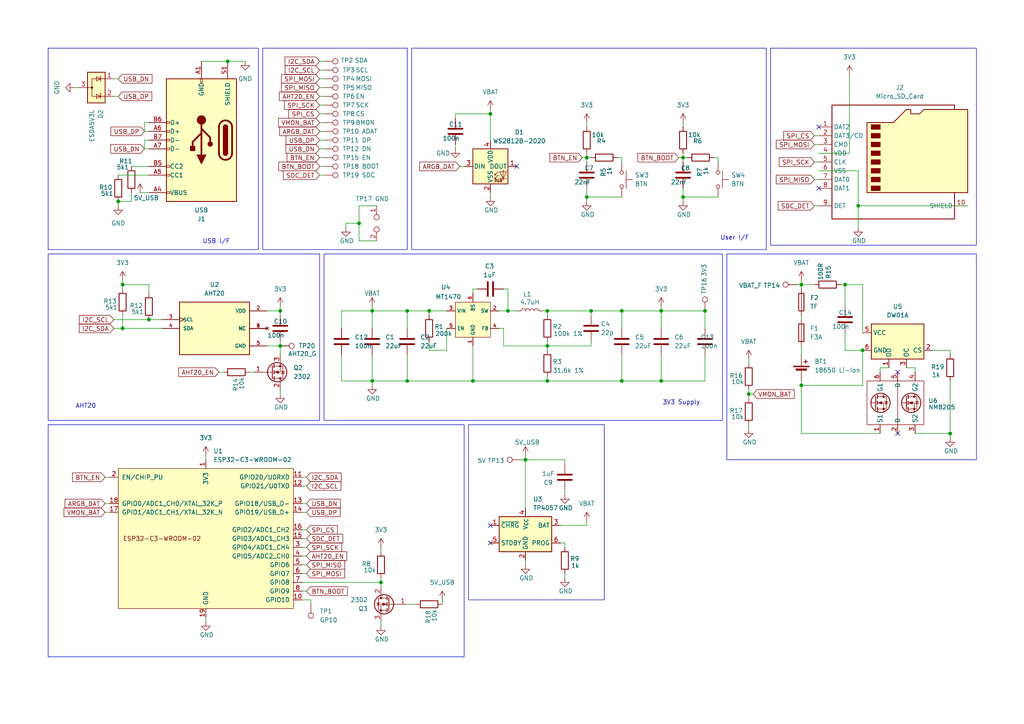
<source format=kicad_sch>
(kicad_sch (version 20231120) (generator "eeschema") (generator_version "8.0")
  (paper "A4")
  (lib_symbols
    (symbol "Battery_Management:DW01A"
      (property "Reference" "U" (at -6.604 6.35 0))
      (property "Value" "DW01A" (at 4.318 6.604 0))
      (symbol "DW01A_0_1"
        (pin output line (at -2.54 -7.62 90) (length 2.54) (name "OD") (number "1"))
        (pin input line (at 10.16 -2.54 180) (length 2.54) (name "CS") (number "2"))
        (pin output line (at 2.54 -7.62 90) (length 2.54) (name "OC") (number "3"))
        (pin power_in line (at -10.16 2.54 0) (length 2.54) (name "VCC") (number "5"))
        (pin power_in line (at -10.16 -2.54 0) (length 2.54) (name "GND") (number "6"))
      )
      (symbol "DW01A_1_1"
        (pin no_connect line (at 10.16 2.54 180) (length 2.54) hide (name "TD") (number "4"))
      )
    )
    (symbol "Battery_Management:TP4057"
      (property "Reference" "U" (at -6.35 6.604 0))
      (property "Value" "TP4057" (at 1.524 6.604 0))
      (symbol "TP4057_1_1"
        (pin open_collector line (at -10.16 2.54 0) (length 2.54) (name "~{CHRG}") (number "1"))
        (pin power_in line (at 0 -7.62 90) (length 2.54) (name "GND") (number "2"))
        (pin power_out line (at 10.16 2.54 180) (length 2.54) (name "BAT") (number "3"))
        (pin power_in line (at 0 7.62 270) (length 2.54) (name "V_{CC}") (number "4"))
        (pin open_collector line (at -10.16 -2.54 0) (length 2.54) (name "STDBY") (number "5"))
        (pin passive line (at 10.16 -2.54 180) (length 2.54) (name "PROG") (number "6"))
      )
    )
    (symbol "Connector:Micro_SD_Card_Det1"
      (property "Reference" "J" (at -16.51 17.78 0))
      (property "Value" "Micro_SD_Card_Det1" (at 16.51 17.78 0))
      (symbol "Micro_SD_Card_Det1_1_1"
        (pin bidirectional line (at -22.86 10.16 0) (length 3.81) (name "DAT2") (number "1"))
        (pin passive line (at 20.32 -12.7 180) (length 3.81) (name "SHIELD") (number "10"))
        (pin bidirectional line (at -22.86 7.62 0) (length 3.81) (name "DAT3/CD") (number "2"))
        (pin input line (at -22.86 5.08 0) (length 3.81) (name "CMD") (number "3"))
        (pin power_in line (at -22.86 2.54 0) (length 3.81) (name "VDD") (number "4"))
        (pin input line (at -22.86 0 0) (length 3.81) (name "CLK") (number "5"))
        (pin power_in line (at -22.86 -2.54 0) (length 3.81) (name "VSS") (number "6"))
        (pin bidirectional line (at -22.86 -5.08 0) (length 3.81) (name "DAT0") (number "7"))
        (pin bidirectional line (at -22.86 -7.62 0) (length 3.81) (name "DAT1") (number "8"))
        (pin passive line (at -22.86 -12.7 0) (length 3.81) (name "DET") (number "9"))
      )
    )
    (symbol "Connector:TestPoint" (pin_numbers hide) (pin_names (offset 0.762) hide)
      (property "Reference" "TP" (at 0 6.858 0))
      (property "Value" "TestPoint" (at 0 5.08 0))
      (symbol "TestPoint_1_1"
        (pin passive line (at 0 0 90) (length 2.54) (name "1") (number "1"))
      )
    )
    (symbol "Connector:TestPoint_2Pole" (pin_names (offset 0.762) hide)
      (property "Reference" "TP" (at 0 1.524 0))
      (property "Value" "TestPoint_2Pole" (at 0 -1.778 0))
      (symbol "TestPoint_2Pole_0_1"
        (pin passive line (at -5.08 0 0) (length 2.54) (name "1") (number "1"))
        (pin passive line (at 5.08 0 180) (length 2.54) (name "2") (number "2"))
      )
    )
    (symbol "Connector:USB_C_Receptacle_USB2.0_14P" (pin_names (offset 1.016))
      (property "Reference" "J" (at 0 22.225 0))
      (property "Value" "USB_C_Receptacle_USB2.0_14P" (at 0 19.685 0))
      (symbol "USB_C_Receptacle_USB2.0_14P_1_1"
        (pin passive line (at 0 -22.86 90) (length 5.08) (name "GND") (number "A1"))
        (pin passive line (at 0 -22.86 90) (length 5.08) hide (name "GND") (number "A12"))
        (pin passive line (at 15.24 15.24 180) (length 5.08) (name "VBUS") (number "A4"))
        (pin bidirectional line (at 15.24 10.16 180) (length 5.08) (name "CC1") (number "A5"))
        (pin bidirectional line (at 15.24 -2.54 180) (length 5.08) (name "D+") (number "A6"))
        (pin bidirectional line (at 15.24 2.54 180) (length 5.08) (name "D-") (number "A7"))
        (pin passive line (at 15.24 15.24 180) (length 5.08) hide (name "VBUS") (number "A9"))
        (pin passive line (at 0 -22.86 90) (length 5.08) hide (name "GND") (number "B1"))
        (pin passive line (at 0 -22.86 90) (length 5.08) hide (name "GND") (number "B12"))
        (pin passive line (at 15.24 15.24 180) (length 5.08) hide (name "VBUS") (number "B4"))
        (pin bidirectional line (at 15.24 7.62 180) (length 5.08) (name "CC2") (number "B5"))
        (pin bidirectional line (at 15.24 -5.08 180) (length 5.08) (name "D+") (number "B6"))
        (pin bidirectional line (at 15.24 0 180) (length 5.08) (name "D-") (number "B7"))
        (pin passive line (at 15.24 15.24 180) (length 5.08) hide (name "VBUS") (number "B9"))
        (pin passive line (at -7.62 -22.86 90) (length 5.08) (name "SHIELD") (number "S1"))
      )
    )
    (symbol "Device:Battery_Cell" (pin_numbers hide) (pin_names (offset 0) hide)
      (property "Reference" "BT" (at 2.54 2.54 0))
      (property "Value" "Battery_Cell" (at 2.54 0 0))
      (symbol "Battery_Cell_1_1"
        (pin passive line (at 0 5.08 270) (length 2.54) (name "+") (number "1"))
        (pin passive line (at 0 -2.54 90) (length 2.54) (name "-") (number "2"))
      )
    )
    (symbol "Device:C" (pin_numbers hide) (pin_names (offset 0.254))
      (property "Reference" "C" (at 0.635 2.54 0))
      (property "Value" "C" (at 0.635 -2.54 0))
      (symbol "C_1_1"
        (pin passive line (at 0 3.81 270) (length 2.794) (name "~") (number "1"))
        (pin passive line (at 0 -3.81 90) (length 2.794) (name "~") (number "2"))
      )
    )
    (symbol "Device:Fuse" (pin_numbers hide) (pin_names (offset 0))
      (property "Reference" "F" (at 2.032 0 90))
      (property "Value" "Fuse" (at -1.905 0 90))
      (symbol "Fuse_1_1"
        (pin passive line (at 0 3.81 270) (length 1.27) (name "~") (number "1"))
        (pin passive line (at 0 -3.81 90) (length 1.27) (name "~") (number "2"))
      )
    )
    (symbol "Device:L" (pin_numbers hide) (pin_names (offset 1.016) hide)
      (property "Reference" "L" (at -1.27 0 90))
      (property "Value" "L" (at 1.905 0 90))
      (symbol "L_1_1"
        (pin passive line (at 0 3.81 270) (length 1.27) (name "1") (number "1"))
        (pin passive line (at 0 -3.81 90) (length 1.27) (name "2") (number "2"))
      )
    )
    (symbol "Device:Q_NMOS_GDS" (pin_names (offset 0) hide)
      (property "Reference" "Q" (at 5.08 1.27 0))
      (property "Value" "Q_NMOS_GDS" (at 5.08 -1.27 0))
      (symbol "Q_NMOS_GDS_1_1"
        (pin input line (at -5.08 0 0) (length 2.54) (name "G") (number "1"))
        (pin passive line (at 2.54 5.08 270) (length 2.54) (name "D") (number "2"))
        (pin passive line (at 2.54 -5.08 90) (length 2.54) (name "S") (number "3"))
      )
    )
    (symbol "Device:R" (pin_numbers hide) (pin_names (offset 0))
      (property "Reference" "R" (at 2.032 0 90))
      (property "Value" "R" (at 0 0 90))
      (symbol "R_1_1"
        (pin passive line (at 0 3.81 270) (length 1.27) (name "~") (number "1"))
        (pin passive line (at 0 -3.81 90) (length 1.27) (name "~") (number "2"))
      )
    )
    (symbol "Espressif:ESP32-C3-WROOM-02" (pin_names (offset 1.016))
      (property "Reference" "U" (at -25.4 25.4 0))
      (property "Value" "ESP32-C3-WROOM-02" (at -25.4 22.86 0))
      (symbol "ESP32-C3-WROOM-02_0_0"
        (text "ESP32-C3-WROOM-02" (at -12.7 0 0) (effects (font (size 1.27 1.27))))
      )
      (symbol "ESP32-C3-WROOM-02_1_1"
        (pin power_in line (at 0 22.86 270) (length 2.54) (name "3V3") (number "1"))
        (pin bidirectional line (at 27.94 -17.78 180) (length 2.54) (name "GPIO10") (number "10"))
        (pin bidirectional line (at 27.94 17.78 180) (length 2.54) (name "GPIO20/U0RXD") (number "11"))
        (pin bidirectional line (at 27.94 15.24 180) (length 2.54) (name "GPIO21/U0TXD") (number "12"))
        (pin bidirectional line (at 27.94 10.16 180) (length 2.54) (name "GPIO18/USB_D-") (number "13"))
        (pin bidirectional line (at 27.94 7.62 180) (length 2.54) (name "GPIO19/USB_D+") (number "14"))
        (pin bidirectional line (at 27.94 0 180) (length 2.54) (name "GPIO3/ADC1_CH3") (number "15"))
        (pin bidirectional line (at 27.94 2.54 180) (length 2.54) (name "GPIO2/ADC1_CH2") (number "16"))
        (pin bidirectional line (at -27.94 7.62 0) (length 2.54) (name "GPIO1/ADC1_CH1/XTAL_32K_N") (number "17"))
        (pin bidirectional line (at -27.94 10.16 0) (length 2.54) (name "GPIO0/ADC1_CH0/XTAL_32K_P") (number "18"))
        (pin power_in line (at 0 -22.86 90) (length 2.54) (name "GND") (number "19"))
        (pin input line (at -27.94 17.78 0) (length 2.54) (name "EN/CHIP_PU") (number "2"))
        (pin bidirectional line (at 27.94 -2.54 180) (length 2.54) (name "GPIO4/ADC1_CH4") (number "3"))
        (pin bidirectional line (at 27.94 -5.08 180) (length 2.54) (name "GPIO5/ADC2_CH0") (number "4"))
        (pin bidirectional line (at 27.94 -7.62 180) (length 2.54) (name "GPIO6") (number "5"))
        (pin bidirectional line (at 27.94 -10.16 180) (length 2.54) (name "GPIO7") (number "6"))
        (pin bidirectional line (at 27.94 -12.7 180) (length 2.54) (name "GPIO8") (number "7"))
        (pin bidirectional line (at 27.94 -15.24 180) (length 2.54) (name "GPIO9") (number "8"))
        (pin passive line (at 0 -22.86 90) (length 2.54) hide (name "GND") (number "9"))
      )
    )
    (symbol "LED:WS2812B-2020" (pin_names (offset 0.254))
      (property "Reference" "D" (at 5.08 5.715 0))
      (property "Value" "WS2812B-2020" (at 1.27 -5.715 0))
      (symbol "WS2812B-2020_0_0"
        (text "RGB" (at 2.286 -4.191 0) (effects (font (size 0.762 0.762))))
      )
      (symbol "WS2812B-2020_1_1"
        (pin output line (at 7.62 0 180) (length 2.54) (name "DOUT") (number "1"))
        (pin power_in line (at 0 -7.62 90) (length 2.54) (name "VSS") (number "2"))
        (pin input line (at -7.62 0 0) (length 2.54) (name "DIN") (number "3"))
        (pin power_in line (at 0 7.62 270) (length 2.54) (name "VDD") (number "4"))
      )
    )
    (symbol "Power_Protection:ESDA5V3L" (pin_names hide)
      (property "Reference" "D" (at 5.715 2.54 0))
      (property "Value" "ESDA5V3L" (at 5.715 0.635 0))
      (symbol "ESDA5V3L_0_0"
        (pin passive line (at 0 -5.08 90) (length 2.54) (name "A") (number "3"))
      )
      (symbol "ESDA5V3L_1_1"
        (pin passive line (at -2.54 5.08 270) (length 2.54) (name "K") (number "1"))
        (pin passive line (at 2.54 5.08 270) (length 2.54) (name "K") (number "2"))
      )
    )
    (symbol "Riacob:AHT20" (pin_names (offset 1.016))
      (property "Reference" "U" (at -10.16 8.509 0))
      (property "Value" "AHT20" (at -10.16 -10.16 0))
      (symbol "AHT20_0_0"
        (pin no_connect line (at 15.24 0 180) (length 5.08) (name "NC") (number "1"))
        (pin power_in line (at 15.24 5.08 180) (length 5.08) (name "VDD") (number "2"))
        (pin input clock (at -15.24 2.54 0) (length 5.08) (name "SCL") (number "3"))
        (pin bidirectional line (at -15.24 0 0) (length 5.08) (name "SDA") (number "4"))
        (pin power_in line (at 15.24 -5.08 180) (length 5.08) (name "GND") (number "5"))
        (pin no_connect line (at 15.24 0 180) (length 5.08) (name "NC") (number "6"))
      )
    )
    (symbol "Riacob:MT1470"
      (property "Reference" "U18" (at -7.874 9.398 0))
      (property "Value" "MT1470" (at -7.112 6.604 0))
      (symbol "MT1470_0_1"
        (pin unspecified line (at 0 -7.62 90) (length 2.54) (name "GND") (number "1"))
        (pin unspecified line (at 7.62 2.54 180) (length 2.54) (name "SW") (number "2"))
        (pin unspecified line (at -7.62 2.54 0) (length 2.54) (name "VIN") (number "3"))
        (pin unspecified line (at 7.62 -2.54 180) (length 2.54) (name "FB") (number "4"))
        (pin unspecified line (at -7.62 -2.54 0) (length 2.54) (name "EN") (number "5"))
        (pin unspecified line (at 0 7.62 270) (length 2.54) (name "BS") (number "6"))
      )
    )
    (symbol "Riacob:NM8205"
      (property "Reference" "U" (at -0.762 0.508 0))
      (symbol "NM8205_1_1"
        (pin input line (at 6.35 -15.24 90) (length 2.54) (name "S1") (number "1"))
        (pin input line (at 11.43 -15.24 90) (length 2.54) (name "D") (number "2"))
        (pin input line (at 16.51 -15.24 90) (length 2.54) (name "S2") (number "3"))
        (pin input line (at 16.51 2.54 270) (length 2.54) (name "G2") (number "4"))
        (pin input line (at 11.43 2.54 270) (length 2.54) (name "D") (number "5"))
        (pin input line (at 6.35 2.54 270) (length 2.54) (name "G1") (number "6"))
      )
    )
    (symbol "Switch:SW_Push" (pin_numbers hide) (pin_names (offset 1.016) hide)
      (property "Reference" "SW" (at 1.27 2.54 0))
      (property "Value" "SW_Push" (at 0 -1.524 0))
      (symbol "SW_Push_0_1"
        (pin passive line (at -5.08 0 0) (length 2.54) (name "1") (number "1"))
        (pin passive line (at 5.08 0 180) (length 2.54) (name "2") (number "2"))
      )
    )
    (symbol "power:GND" (power) (pin_names (offset 0))
      (property "Value" "GND" (at 0 -3.81 0))
      (symbol "GND_1_1"
        (pin power_in line (at 0 0 270) (length 0) hide (name "GND") (number "1"))
      )
    )
    (symbol "power:Vdrive" (power) (pin_names (offset 0))
      (property "Value" "Vdrive" (at 0 3.81 0))
      (symbol "Vdrive_1_1"
        (pin power_in line (at 0 0 90) (length 0) hide (name "Vdrive") (number "1"))
      )
    )
  )
  (junction (at 66.04 17.78))
  (junction (at 158.75 110.49))
  (junction (at 34.29 58.42))
  (junction (at 107.95 90.17))
  (junction (at 152.4 133.35))
  (junction (at 147.32 90.17))
  (junction (at 137.16 110.49))
  (junction (at 248.92 59.69))
  (junction (at 180.34 110.49))
  (junction (at 198.12 57.15))
  (junction (at 191.77 90.17))
  (junction (at 107.95 110.49))
  (junction (at 35.56 82.55))
  (junction (at 217.17 114.3))
  (junction (at 142.24 33.02))
  (junction (at 232.41 82.55))
  (junction (at 81.28 90.17))
  (junction (at 118.11 110.49))
  (junction (at 170.18 57.15))
  (junction (at 43.18 92.71))
  (junction (at 232.41 111.76))
  (junction (at 81.28 100.33))
  (junction (at 171.45 90.17))
  (junction (at 170.18 45.72))
  (junction (at 124.46 90.17))
  (junction (at 110.49 168.91))
  (junction (at 118.11 90.17))
  (junction (at 250.19 101.6))
  (junction (at 245.11 82.55))
  (junction (at 104.14 64.77))
  (junction (at 158.75 90.17))
  (junction (at 204.47 90.17))
  (junction (at 198.12 45.72))
  (junction (at 275.59 125.73))
  (junction (at 158.75 100.33))
  (junction (at 191.77 110.49))
  (junction (at 180.34 90.17))
  (junction (at 35.56 95.25))
  (no_connect (at 260.35 107.95))
  (no_connect (at 237.49 36.83))
  (no_connect (at 260.35 125.73))
  (no_connect (at 237.49 54.61))
  (no_connect (at 142.24 157.48))
  (no_connect (at 149.86 48.26))
  (no_connect (at 142.24 152.4))
  (wire (pts (xy 231.14 82.55) (xy 232.41 82.55)))
  (wire (pts (xy 142.24 31.75) (xy 142.24 33.02)))
  (wire (pts (xy 107.95 110.49) (xy 107.95 102.87)))
  (wire (pts (xy 158.75 100.33) (xy 171.45 100.33)))
  (wire (pts (xy 245.11 101.6) (xy 250.19 101.6)))
  (wire (pts (xy 191.77 95.25) (xy 191.77 90.17)))
  (wire (pts (xy 236.22 59.69) (xy 237.49 59.69)))
  (wire (pts (xy 198.12 57.15) (xy 198.12 58.42)))
  (wire (pts (xy 248.92 59.69) (xy 248.92 66.04)))
  (wire (pts (xy 236.22 39.37) (xy 237.49 39.37)))
  (wire (pts (xy 110.49 168.91) (xy 110.49 167.64)))
  (wire (pts (xy 162.56 152.4) (xy 170.18 152.4)))
  (wire (pts (xy 232.41 91.44) (xy 232.41 92.71)))
  (wire (pts (xy 204.47 95.25) (xy 204.47 90.17)))
  (wire (pts (xy 35.56 81.28) (xy 35.56 82.55)))
  (wire (pts (xy 147.32 83.82) (xy 147.32 90.17)))
  (wire (pts (xy 93.98 48.26) (xy 92.71 48.26)))
  (wire (pts (xy 41.91 35.56) (xy 41.91 38.1)))
  (wire (pts (xy 138.43 83.82) (xy 137.16 83.82)))
  (wire (pts (xy 198.12 54.61) (xy 198.12 57.15)))
  (wire (pts (xy 262.89 106.68) (xy 265.43 106.68)))
  (wire (pts (xy 124.46 91.44) (xy 124.46 90.17)))
  (wire (pts (xy 163.83 157.48) (xy 163.83 158.75)))
  (wire (pts (xy 245.11 82.55) (xy 250.19 82.55)))
  (wire (pts (xy 158.75 99.06) (xy 158.75 100.33)))
  (wire (pts (xy 245.11 96.52) (xy 245.11 101.6)))
  (wire (pts (xy 93.98 27.94) (xy 92.71 27.94)))
  (wire (pts (xy 66.04 17.78) (xy 71.12 17.78)))
  (wire (pts (xy 110.49 158.75) (xy 110.49 160.02)))
  (wire (pts (xy 34.29 50.8) (xy 43.18 50.8)))
  (wire (pts (xy 58.42 17.78) (xy 66.04 17.78)))
  (wire (pts (xy 88.9 148.59) (xy 87.63 148.59)))
  (wire (pts (xy 93.98 22.86) (xy 92.71 22.86)))
  (wire (pts (xy 170.18 152.4) (xy 170.18 151.13)))
  (wire (pts (xy 88.9 161.29) (xy 87.63 161.29)))
  (wire (pts (xy 170.18 35.56) (xy 170.18 36.83)))
  (wire (pts (xy 152.4 162.56) (xy 152.4 163.83)))
  (wire (pts (xy 144.78 90.17) (xy 147.32 90.17)))
  (wire (pts (xy 217.17 114.3) (xy 217.17 113.03)))
  (wire (pts (xy 99.06 90.17) (xy 107.95 90.17)))
  (wire (pts (xy 151.13 133.35) (xy 152.4 133.35)))
  (wire (pts (xy 232.41 125.73) (xy 232.41 111.76)))
  (wire (pts (xy 43.18 82.55) (xy 35.56 82.55)))
  (wire (pts (xy 81.28 100.33) (xy 81.28 99.06)))
  (wire (pts (xy 180.34 90.17) (xy 191.77 90.17)))
  (wire (pts (xy 81.28 114.3) (xy 81.28 113.03)))
  (wire (pts (xy 104.14 59.69) (xy 109.22 59.69)))
  (wire (pts (xy 87.63 171.45) (xy 88.9 171.45)))
  (wire (pts (xy 38.1 48.26) (xy 43.18 48.26)))
  (wire (pts (xy 88.9 156.21) (xy 87.63 156.21)))
  (wire (pts (xy 90.17 175.26) (xy 90.17 173.99)))
  (wire (pts (xy 170.18 54.61) (xy 170.18 57.15)))
  (wire (pts (xy 87.63 140.97) (xy 88.9 140.97)))
  (wire (pts (xy 158.75 90.17) (xy 158.75 91.44)))
  (wire (pts (xy 110.49 180.34) (xy 110.49 181.61)))
  (wire (pts (xy 180.34 46.99) (xy 180.34 45.72)))
  (wire (pts (xy 118.11 110.49) (xy 137.16 110.49)))
  (wire (pts (xy 87.63 138.43) (xy 88.9 138.43)))
  (wire (pts (xy 232.41 82.55) (xy 236.22 82.55)))
  (wire (pts (xy 250.19 96.52) (xy 250.19 82.55)))
  (wire (pts (xy 236.22 46.99) (xy 237.49 46.99)))
  (wire (pts (xy 144.78 95.25) (xy 146.05 95.25)))
  (wire (pts (xy 232.41 100.33) (xy 232.41 102.87)))
  (wire (pts (xy 33.02 92.71) (xy 43.18 92.71)))
  (wire (pts (xy 198.12 45.72) (xy 199.39 45.72)))
  (wire (pts (xy 236.22 52.07) (xy 237.49 52.07)))
  (wire (pts (xy 217.17 115.57) (xy 217.17 114.3)))
  (wire (pts (xy 40.64 55.88) (xy 43.18 55.88)))
  (wire (pts (xy 198.12 45.72) (xy 198.12 46.99)))
  (wire (pts (xy 118.11 102.87) (xy 118.11 110.49)))
  (wire (pts (xy 30.48 146.05) (xy 31.75 146.05)))
  (wire (pts (xy 88.9 163.83) (xy 87.63 163.83)))
  (wire (pts (xy 158.75 110.49) (xy 180.34 110.49)))
  (wire (pts (xy 236.22 41.91) (xy 237.49 41.91)))
  (wire (pts (xy 168.91 45.72) (xy 170.18 45.72)))
  (wire (pts (xy 146.05 100.33) (xy 158.75 100.33)))
  (wire (pts (xy 146.05 95.25) (xy 146.05 100.33)))
  (wire (pts (xy 109.22 69.85) (xy 104.14 69.85)))
  (wire (pts (xy 100.33 64.77) (xy 100.33 66.04)))
  (wire (pts (xy 43.18 92.71) (xy 46.99 92.71)))
  (wire (pts (xy 132.08 33.02) (xy 142.24 33.02)))
  (wire (pts (xy 81.28 100.33) (xy 81.28 102.87)))
  (wire (pts (xy 204.47 102.87) (xy 204.47 110.49)))
  (wire (pts (xy 217.17 123.19) (xy 217.17 124.46)))
  (wire (pts (xy 191.77 102.87) (xy 191.77 110.49)))
  (wire (pts (xy 110.49 168.91) (xy 110.49 170.18)))
  (wire (pts (xy 118.11 95.25) (xy 118.11 90.17)))
  (wire (pts (xy 33.02 22.86) (xy 34.29 22.86)))
  (wire (pts (xy 38.1 55.88) (xy 38.1 58.42)))
  (wire (pts (xy 107.95 95.25) (xy 107.95 90.17)))
  (wire (pts (xy 152.4 133.35) (xy 163.83 133.35)))
  (wire (pts (xy 93.98 33.02) (xy 92.71 33.02)))
  (wire (pts (xy 107.95 90.17) (xy 118.11 90.17)))
  (wire (pts (xy 93.98 35.56) (xy 92.71 35.56)))
  (wire (pts (xy 81.28 90.17) (xy 77.47 90.17)))
  (wire (pts (xy 158.75 100.33) (xy 158.75 101.6)))
  (wire (pts (xy 81.28 91.44) (xy 81.28 90.17)))
  (wire (pts (xy 245.11 88.9) (xy 245.11 82.55)))
  (wire (pts (xy 132.08 41.91) (xy 132.08 43.18)))
  (wire (pts (xy 118.11 175.26) (xy 120.65 175.26)))
  (wire (pts (xy 147.32 83.82) (xy 146.05 83.82)))
  (wire (pts (xy 99.06 102.87) (xy 99.06 110.49)))
  (wire (pts (xy 232.41 125.73) (xy 255.27 125.73)))
  (wire (pts (xy 171.45 99.06) (xy 171.45 100.33)))
  (wire (pts (xy 142.24 57.15) (xy 142.24 55.88)))
  (wire (pts (xy 275.59 125.73) (xy 275.59 127)))
  (wire (pts (xy 92.71 43.18) (xy 93.98 43.18)))
  (wire (pts (xy 137.16 100.33) (xy 137.16 110.49)))
  (wire (pts (xy 92.71 40.64) (xy 93.98 40.64)))
  (wire (pts (xy 93.98 25.4) (xy 92.71 25.4)))
  (wire (pts (xy 191.77 110.49) (xy 180.34 110.49)))
  (wire (pts (xy 171.45 90.17) (xy 158.75 90.17)))
  (wire (pts (xy 43.18 85.09) (xy 43.18 82.55)))
  (wire (pts (xy 129.54 101.6) (xy 124.46 101.6)))
  (wire (pts (xy 170.18 45.72) (xy 171.45 45.72)))
  (wire (pts (xy 33.02 27.94) (xy 34.29 27.94)))
  (wire (pts (xy 124.46 101.6) (xy 124.46 99.06)))
  (wire (pts (xy 88.9 158.75) (xy 87.63 158.75)))
  (wire (pts (xy 88.9 146.05) (xy 87.63 146.05)))
  (wire (pts (xy 270.51 101.6) (xy 275.59 101.6)))
  (wire (pts (xy 88.9 153.67) (xy 87.63 153.67)))
  (wire (pts (xy 162.56 157.48) (xy 163.83 157.48)))
  (wire (pts (xy 63.5 107.95) (xy 64.77 107.95)))
  (wire (pts (xy 255.27 106.68) (xy 257.81 106.68)))
  (wire (pts (xy 30.48 138.43) (xy 31.75 138.43)))
  (wire (pts (xy 243.84 82.55) (xy 245.11 82.55)))
  (wire (pts (xy 163.83 166.37) (xy 163.83 167.64)))
  (wire (pts (xy 237.49 44.45) (xy 246.38 44.45)))
  (wire (pts (xy 93.98 38.1) (xy 92.71 38.1)))
  (wire (pts (xy 41.91 43.18) (xy 43.18 43.18)))
  (wire (pts (xy 170.18 57.15) (xy 180.34 57.15)))
  (wire (pts (xy 41.91 35.56) (xy 43.18 35.56)))
  (wire (pts (xy 93.98 45.72) (xy 92.71 45.72)))
  (wire (pts (xy 30.48 148.59) (xy 31.75 148.59)))
  (wire (pts (xy 180.34 95.25) (xy 180.34 90.17)))
  (wire (pts (xy 265.43 125.73) (xy 275.59 125.73)))
  (wire (pts (xy 77.47 100.33) (xy 81.28 100.33)))
  (wire (pts (xy 87.63 173.99) (xy 90.17 173.99)))
  (wire (pts (xy 41.91 40.64) (xy 41.91 43.18)))
  (wire (pts (xy 248.92 49.53) (xy 248.92 59.69)))
  (wire (pts (xy 191.77 90.17) (xy 204.47 90.17)))
  (wire (pts (xy 232.41 82.55) (xy 232.41 83.82)))
  (wire (pts (xy 100.33 64.77) (xy 104.14 64.77)))
  (wire (pts (xy 92.71 17.78) (xy 93.98 17.78)))
  (wire (pts (xy 232.41 110.49) (xy 232.41 111.76)))
  (wire (pts (xy 255.27 107.95) (xy 255.27 106.68)))
  (wire (pts (xy 59.69 132.08) (xy 59.69 133.35)))
  (wire (pts (xy 198.12 35.56) (xy 198.12 36.83)))
  (wire (pts (xy 207.01 45.72) (xy 208.28 45.72)))
  (wire (pts (xy 124.46 90.17) (xy 129.54 90.17)))
  (wire (pts (xy 104.14 64.77) (xy 104.14 59.69)))
  (wire (pts (xy 208.28 46.99) (xy 208.28 45.72)))
  (wire (pts (xy 22.86 25.4) (xy 21.59 25.4)))
  (wire (pts (xy 248.92 59.69) (xy 280.67 59.69)))
  (wire (pts (xy 59.69 179.07) (xy 59.69 180.34)))
  (wire (pts (xy 152.4 132.08) (xy 152.4 133.35)))
  (wire (pts (xy 204.47 110.49) (xy 191.77 110.49)))
  (wire (pts (xy 99.06 95.25) (xy 99.06 90.17)))
  (wire (pts (xy 129.54 95.25) (xy 129.54 101.6)))
  (wire (pts (xy 128.27 173.99) (xy 128.27 175.26)))
  (wire (pts (xy 158.75 90.17) (xy 157.48 90.17)))
  (wire (pts (xy 35.56 82.55) (xy 35.56 83.82)))
  (wire (pts (xy 88.9 166.37) (xy 87.63 166.37)))
  (wire (pts (xy 232.41 111.76) (xy 250.19 111.76)))
  (wire (pts (xy 33.02 95.25) (xy 35.56 95.25)))
  (wire (pts (xy 41.91 38.1) (xy 43.18 38.1)))
  (wire (pts (xy 237.49 49.53) (xy 248.92 49.53)))
  (wire (pts (xy 179.07 45.72) (xy 180.34 45.72)))
  (wire (pts (xy 46.99 95.25) (xy 35.56 95.25)))
  (wire (pts (xy 158.75 110.49) (xy 137.16 110.49)))
  (wire (pts (xy 99.06 110.49) (xy 107.95 110.49)))
  (wire (pts (xy 72.39 107.95) (xy 73.66 107.95)))
  (wire (pts (xy 158.75 109.22) (xy 158.75 110.49)))
  (wire (pts (xy 275.59 110.49) (xy 275.59 125.73)))
  (wire (pts (xy 275.59 101.6) (xy 275.59 102.87)))
  (wire (pts (xy 93.98 30.48) (xy 92.71 30.48)))
  (wire (pts (xy 198.12 44.45) (xy 198.12 45.72)))
  (wire (pts (xy 171.45 90.17) (xy 180.34 90.17)))
  (wire (pts (xy 163.83 143.51) (xy 163.83 142.24)))
  (wire (pts (xy 218.44 114.3) (xy 217.17 114.3)))
  (wire (pts (xy 171.45 91.44) (xy 171.45 90.17)))
  (wire (pts (xy 133.35 48.26) (xy 134.62 48.26)))
  (wire (pts (xy 180.34 102.87) (xy 180.34 110.49)))
  (wire (pts (xy 118.11 110.49) (xy 107.95 110.49)))
  (wire (pts (xy 191.77 88.9) (xy 191.77 90.17)))
  (wire (pts (xy 93.98 50.8) (xy 92.71 50.8)))
  (wire (pts (xy 246.38 44.45) (xy 246.38 21.59)))
  (wire (pts (xy 118.11 90.17) (xy 124.46 90.17)))
  (wire (pts (xy 137.16 83.82) (xy 137.16 85.09)))
  (wire (pts (xy 170.18 45.72) (xy 170.18 46.99)))
  (wire (pts (xy 250.19 111.76) (xy 250.19 101.6)))
  (wire (pts (xy 107.95 110.49) (xy 107.95 111.76)))
  (wire (pts (xy 232.41 81.28) (xy 232.41 82.55)))
  (wire (pts (xy 198.12 57.15) (xy 208.28 57.15)))
  (wire (pts (xy 170.18 57.15) (xy 170.18 58.42)))
  (wire (pts (xy 35.56 95.25) (xy 35.56 91.44)))
  (wire (pts (xy 132.08 33.02) (xy 132.08 34.29)))
  (wire (pts (xy 196.85 45.72) (xy 198.12 45.72)))
  (wire (pts (xy 265.43 106.68) (xy 265.43 107.95)))
  (wire (pts (xy 34.29 58.42) (xy 34.29 59.69)))
  (wire (pts (xy 41.91 40.64) (xy 43.18 40.64)))
  (wire (pts (xy 149.86 90.17) (xy 147.32 90.17)))
  (wire (pts (xy 38.1 58.42) (xy 34.29 58.42)))
  (wire (pts (xy 92.71 20.32) (xy 93.98 20.32)))
  (wire (pts (xy 142.24 33.02) (xy 142.24 40.64)))
  (wire (pts (xy 81.28 88.9) (xy 81.28 90.17)))
  (wire (pts (xy 87.63 168.91) (xy 110.49 168.91)))
  (wire (pts (xy 152.4 133.35) (xy 152.4 147.32)))
  (wire (pts (xy 170.18 44.45) (xy 170.18 45.72)))
  (wire (pts (xy 163.83 133.35) (xy 163.83 134.62)))
  (wire (pts (xy 104.14 69.85) (xy 104.14 64.77)))
  (wire (pts (xy 217.17 104.14) (xy 217.17 105.41)))
  (wire (pts (xy 107.95 88.9) (xy 107.95 90.17)))
  (rectangle (start 223.52 13.97) (end 283.21 71.12))
  (rectangle (start 210.82 73.66) (end 283.21 133.35))
  (rectangle (start 13.97 73.66) (end 92.71 121.92))
  (rectangle (start 13.97 13.97) (end 74.93 72.39))
  (rectangle (start 119.38 13.97) (end 222.25 72.39))
  (rectangle (start 13.97 123.19) (end 134.62 190.5))
  (rectangle (start 135.89 123.19) (end 175.26 173.99))
  (rectangle (start 93.98 73.66) (end 209.55 121.92))
  (rectangle (start 76.2 13.97) (end 118.11 72.39))
  (text "3V3 Supply\n" (at 197.612 116.84 0) (effects (font (size 1.27 1.27))))
  (text "AHT20" (at 24.892 117.856 0) (effects (font (size 1.27 1.27))))
  (text "USB I/F" (at 62.738 70.104 0) (effects (font (size 1.27 1.27))))
  (text "User I/F\n" (at 213.106 69.088 0) (effects (font (size 1.27 1.27))))
  (global_label "USB_DP" (shape input) (at 88.9 148.59 0) (property "Intersheetrefs" "${INTERSHEET_REFS}" (effects (hide yes))))
  (global_label "AHT20_EN" (shape input) (at 88.9 161.29 0) (property "Intersheetrefs" "${INTERSHEET_REFS}" (effects (hide yes))))
  (global_label "SDC_DET" (shape input) (at 92.71 50.8 180) (property "Intersheetrefs" "${INTERSHEET_REFS}" (effects (hide yes))))
  (global_label "I2C_SCL" (shape input) (at 33.02 92.71 180) (property "Intersheetrefs" "${INTERSHEET_REFS}" (effects (hide yes))))
  (global_label "BTN_EN" (shape input) (at 168.91 45.72 180) (property "Intersheetrefs" "${INTERSHEET_REFS}" (effects (hide yes))))
  (global_label "SPI_SCK" (shape input) (at 88.9 158.75 0) (property "Intersheetrefs" "${INTERSHEET_REFS}" (effects (hide yes))))
  (global_label "VMON_BAT" (shape input) (at 218.44 114.3 0) (property "Intersheetrefs" "${INTERSHEET_REFS}" (effects (hide yes))))
  (global_label "SPI_MOSI" (shape input) (at 236.22 41.91 180) (property "Intersheetrefs" "${INTERSHEET_REFS}" (effects (hide yes))))
  (global_label "I2C_SDA" (shape input) (at 33.02 95.25 180) (property "Intersheetrefs" "${INTERSHEET_REFS}" (effects (hide yes))))
  (global_label "USB_DN" (shape input) (at 92.71 43.18 180) (property "Intersheetrefs" "${INTERSHEET_REFS}" (effects (hide yes))))
  (global_label "BTN_BOOT" (shape input) (at 196.85 45.72 180) (property "Intersheetrefs" "${INTERSHEET_REFS}" (effects (hide yes))))
  (global_label "I2C_SDA" (shape input) (at 88.9 138.43 0) (property "Intersheetrefs" "${INTERSHEET_REFS}" (effects (hide yes))))
  (global_label "ARGB_DAT" (shape input) (at 92.71 38.1 180) (property "Intersheetrefs" "${INTERSHEET_REFS}" (effects (hide yes))))
  (global_label "USB_DN" (shape input) (at 41.91 43.18 180) (property "Intersheetrefs" "${INTERSHEET_REFS}" (effects (hide yes))))
  (global_label "SPI_MISO" (shape input) (at 92.71 25.4 180) (property "Intersheetrefs" "${INTERSHEET_REFS}" (effects (hide yes))))
  (global_label "SDC_DET" (shape input) (at 88.9 156.21 0) (property "Intersheetrefs" "${INTERSHEET_REFS}" (effects (hide yes))))
  (global_label "USB_DP" (shape input) (at 41.91 38.1 180) (property "Intersheetrefs" "${INTERSHEET_REFS}" (effects (hide yes))))
  (global_label "I2C_SCL" (shape input) (at 88.9 140.97 0) (property "Intersheetrefs" "${INTERSHEET_REFS}" (effects (hide yes))))
  (global_label "SPI_MOSI" (shape input) (at 92.71 22.86 180) (property "Intersheetrefs" "${INTERSHEET_REFS}" (effects (hide yes))))
  (global_label "USB_DP" (shape input) (at 34.29 27.94 0) (property "Intersheetrefs" "${INTERSHEET_REFS}" (effects (hide yes))))
  (global_label "BTN_BOOT" (shape input) (at 88.9 171.45 0) (property "Intersheetrefs" "${INTERSHEET_REFS}" (effects (hide yes))))
  (global_label "SPI_MOSI" (shape input) (at 88.9 166.37 0) (property "Intersheetrefs" "${INTERSHEET_REFS}" (effects (hide yes))))
  (global_label "BTN_BOOT" (shape input) (at 92.71 48.26 180) (property "Intersheetrefs" "${INTERSHEET_REFS}" (effects (hide yes))))
  (global_label "I2C_SDA" (shape input) (at 92.71 17.78 180) (property "Intersheetrefs" "${INTERSHEET_REFS}" (effects (hide yes))))
  (global_label "SPI_SCK" (shape input) (at 236.22 46.99 180) (property "Intersheetrefs" "${INTERSHEET_REFS}" (effects (hide yes))))
  (global_label "SPI_MISO" (shape input) (at 236.22 52.07 180) (property "Intersheetrefs" "${INTERSHEET_REFS}" (effects (hide yes))))
  (global_label "SPI_MISO" (shape input) (at 88.9 163.83 0) (property "Intersheetrefs" "${INTERSHEET_REFS}" (effects (hide yes))))
  (global_label "VMON_BAT" (shape input) (at 92.71 35.56 180) (property "Intersheetrefs" "${INTERSHEET_REFS}" (effects (hide yes))))
  (global_label "ARGB_DAT" (shape input) (at 133.35 48.26 180) (property "Intersheetrefs" "${INTERSHEET_REFS}" (effects (hide yes))))
  (global_label "I2C_SCL" (shape input) (at 92.71 20.32 180) (property "Intersheetrefs" "${INTERSHEET_REFS}" (effects (hide yes))))
  (global_label "SPI_CS" (shape input) (at 92.71 33.02 180) (property "Intersheetrefs" "${INTERSHEET_REFS}" (effects (hide yes))))
  (global_label "BTN_EN" (shape input) (at 30.48 138.43 180) (property "Intersheetrefs" "${INTERSHEET_REFS}" (effects (hide yes))))
  (global_label "BTN_EN" (shape input) (at 92.71 45.72 180) (property "Intersheetrefs" "${INTERSHEET_REFS}" (effects (hide yes))))
  (global_label "SPI_CS" (shape input) (at 236.22 39.37 180) (property "Intersheetrefs" "${INTERSHEET_REFS}" (effects (hide yes))))
  (global_label "USB_DP" (shape input) (at 92.71 40.64 180) (property "Intersheetrefs" "${INTERSHEET_REFS}" (effects (hide yes))))
  (global_label "SPI_CS" (shape input) (at 88.9 153.67 0) (property "Intersheetrefs" "${INTERSHEET_REFS}" (effects (hide yes))))
  (global_label "USB_DN" (shape input) (at 34.29 22.86 0) (property "Intersheetrefs" "${INTERSHEET_REFS}" (effects (hide yes))))
  (global_label "VMON_BAT" (shape input) (at 30.48 148.59 180) (property "Intersheetrefs" "${INTERSHEET_REFS}" (effects (hide yes))))
  (global_label "AHT20_EN" (shape input) (at 63.5 107.95 180) (property "Intersheetrefs" "${INTERSHEET_REFS}" (effects (hide yes))))
  (global_label "SDC_DET" (shape input) (at 236.22 59.69 180) (property "Intersheetrefs" "${INTERSHEET_REFS}" (effects (hide yes))))
  (global_label "USB_DN" (shape input) (at 88.9 146.05 0) (property "Intersheetrefs" "${INTERSHEET_REFS}" (effects (hide yes))))
  (global_label "SPI_SCK" (shape input) (at 92.71 30.48 180) (property "Intersheetrefs" "${INTERSHEET_REFS}" (effects (hide yes))))
  (global_label "ARGB_DAT" (shape input) (at 30.48 146.05 180) (property "Intersheetrefs" "${INTERSHEET_REFS}" (effects (hide yes))))
  (global_label "AHT20_EN" (shape input) (at 92.71 27.94 180) (property "Intersheetrefs" "${INTERSHEET_REFS}" (effects (hide yes))))
  (symbol (lib_id "power:GND") (at 198.12 58.42 0) (mirror y) (unit 1)
    (property "Reference" "#PWR07" (effects (hide yes)))
    (property "Value" "GND" (at 198.374 62.23 0))
    (property "Description" "Power symbol creates a global label with name \"GND\" , ground" (effects (hide yes)))
  )
  (symbol (lib_id "power:GND") (at 71.12 17.78 0) (unit 1)
    (property "Reference" "#PWR019" (effects (hide yes)))
    (property "Value" "GND" (at 71.12 22.86 0))
    (property "Description" "Power symbol creates a global label with name \"GND\" , ground" (effects (hide yes)))
  )
  (symbol (lib_id "Connector:TestPoint") (at 93.98 35.56 270) (unit 1)
    (property "Reference" "TP9" (at 99.314 35.56 90) (effects (justify left)))
    (property "Value" "BMON" (at 103.124 35.56 90) (effects (justify left)))
    (property "Footprint" "Riacob:TestPoint_Pad_D1.0mm_NoSilk" (effects (hide yes)))
    (property "Description" "test point" (effects (hide yes)))
  )
  (symbol (lib_id "power:Vdrive") (at 107.95 88.9 0) (unit 1)
    (property "Reference" "#PWR01" (effects (hide yes)))
    (property "Value" "VBAT" (at 107.95 85.09 0))
    (property "Description" "Power symbol creates a global label with name \"Vdrive\"" (effects (hide yes)))
  )
  (symbol (lib_id "Device:C") (at 142.24 83.82 90) (unit 1)
    (property "Reference" "C3" (at 141.986 77.216 90))
    (property "Value" "1uF" (at 141.986 79.756 90))
    (property "Footprint" "Capacitor_SMD:C_0805_2012Metric" (effects (hide yes)))
    (property "Description" "Unpolarized capacitor" (effects (hide yes)))
  )
  (symbol (lib_id "Device:C") (at 170.18 50.8 0) (mirror y) (unit 1)
    (property "Reference" "C7" (at 172.212 48.768 0) (effects (justify left)))
    (property "Value" "22nF" (at 171.45 52.832 0) (effects (justify left)))
    (property "Footprint" "Capacitor_SMD:C_0603_1608Metric" (effects (hide yes)))
    (property "Description" "Unpolarized capacitor" (effects (hide yes)))
    (property "LCSC" "C1729 " (effects (hide yes)))
  )
  (symbol (lib_id "power:GND") (at 21.59 25.4 270) (unit 1)
    (property "Reference" "#PWR033" (effects (hide yes)))
    (property "Value" "GND" (at 16.51 25.4 0))
    (property "Description" "Power symbol creates a global label with name \"GND\" , ground" (effects (hide yes)))
  )
  (symbol (lib_id "Device:R") (at 124.46 175.26 90) (unit 1)
    (property "Reference" "R18" (at 124.206 180.848 0) (effects (justify left)))
    (property "Value" "10k" (at 125.984 180.34 0) (effects (justify left)))
    (property "Footprint" "Resistor_SMD:R_0603_1608Metric" (effects (hide yes)))
    (property "Description" "Resistor" (effects (hide yes)))
    (property "LCSC" "C17414" (effects (hide yes)))
  )
  (symbol (lib_id "Device:R") (at 38.1 52.07 0) (unit 1)
    (property "Reference" "R11" (at 34.544 46.736 0) (effects (justify left)))
    (property "Value" "5k1" (at 33.782 48.514 0) (effects (justify left)))
    (property "Footprint" "Resistor_SMD:R_0603_1608Metric" (effects (hide yes)))
    (property "Description" "Resistor" (effects (hide yes)))
    (property "LCSC" "C27834" (effects (hide yes)))
  )
  (symbol (lib_id "Device:R") (at 217.17 119.38 0) (unit 1)
    (property "Reference" "R17" (at 211.582 119.126 0) (effects (justify left)))
    (property "Value" "10k" (at 212.09 120.904 0) (effects (justify left)))
    (property "Footprint" "Resistor_SMD:R_0603_1608Metric" (effects (hide yes)))
    (property "Description" "Resistor" (effects (hide yes)))
    (property "LCSC" "C17414" (effects (hide yes)))
  )
  (symbol (lib_id "power:Vdrive") (at 152.4 132.08 0) (unit 1)
    (property "Reference" "#PWR013" (effects (hide yes)))
    (property "Value" "5V_USB" (at 152.908 128.27 0))
    (property "Description" "Power symbol creates a global label with name \"Vdrive\"" (effects (hide yes)))
  )
  (symbol (lib_id "power:GND") (at 152.4 163.83 0) (mirror y) (unit 1)
    (property "Reference" "#PWR028" (effects (hide yes)))
    (property "Value" "GND" (at 152.654 167.64 0))
    (property "Description" "Power symbol creates a global label with name \"GND\" , ground" (effects (hide yes)))
  )
  (symbol (lib_id "Connector:Micro_SD_Card_Det1") (at 260.35 46.99 0) (unit 1)
    (property "Reference" "J2" (at 260.985 25.4 0))
    (property "Value" "Micro_SD_Card" (at 260.985 27.94 0))
    (property "Footprint" "Riacob:J_SD_Card-micro_socket_A" (effects (hide yes)))
    (property "Datasheet" "https://datasheet.lcsc.com/lcsc/2110151630_XKB-Connectivity-XKTF-015-N_C381082.pdf" (effects (hide yes)))
    (property "Description" "Micro SD Card Socket with one card detection pin" (effects (hide yes)))
  )
  (symbol (lib_id "LED:WS2812B-2020") (at 142.24 48.26 0) (unit 1)
    (property "Reference" "D1" (at 150.622 38.354 0))
    (property "Value" "WS2812B-2020" (at 150.622 40.894 0))
    (property "Footprint" "LED_SMD:LED_WS2812B-2020_PLCC4_2.0x2.0mm" (effects (hide yes)))
    (property "Datasheet" "https://cdn-shop.adafruit.com/product-files/4684/4684_WS2812B-2020_V1.3_EN.pdf" (effects (hide yes)))
    (property "Description" "RGB LED with integrated controller, 2.0 x 2.0 mm, 12 mA" (effects (hide yes)))
  )
  (symbol (lib_id "power:GND") (at 34.29 59.69 0) (unit 1)
    (property "Reference" "#PWR012" (effects (hide yes)))
    (property "Value" "GND" (at 34.29 64.77 0))
    (property "Description" "Power symbol creates a global label with name \"GND\" , ground" (effects (hide yes)))
  )
  (symbol (lib_id "Device:C") (at 81.28 95.25 0) (mirror y) (unit 1)
    (property "Reference" "C10" (at 83.312 93.218 0) (effects (justify left)))
    (property "Value" "100n" (at 82.55 97.282 0) (effects (justify left)))
    (property "Footprint" "Capacitor_SMD:C_0603_1608Metric" (effects (hide yes)))
    (property "Description" "Unpolarized capacitor" (effects (hide yes)))
    (property "LCSC" "C1729 " (effects (hide yes)))
  )
  (symbol (lib_id "Battery_Management:DW01A") (at 260.35 99.06 0) (unit 1)
    (property "Reference" "U5" (at 260.35 88.9 0))
    (property "Value" "DW01A" (at 260.35 91.44 0))
    (property "Footprint" "Package_TO_SOT_SMD:SOT-23-6" (effects (hide yes)))
    (property "Datasheet" "https://hmsemi.com/downfile/DW01A.PDF" (effects (hide yes)))
    (property "Description" "Overcharge, overcurrent and overdischarge protection IC for single cell lithium-ion/polymer battery" (effects (hide yes)))
  )
  (symbol (lib_id "Device:R") (at 124.46 95.25 0) (unit 1)
    (property "Reference" "R1" (at 125.984 94.742 0) (effects (justify left)))
    (property "Value" "200k" (at 126.238 96.774 0) (effects (justify left)))
    (property "Footprint" "Resistor_SMD:R_0603_1608Metric" (effects (hide yes)))
    (property "Description" "Resistor" (effects (hide yes)))
  )
  (symbol (lib_id "Riacob:AHT20") (at 62.23 95.25 0) (unit 1)
    (property "Reference" "U2" (at 62.23 82.55 0))
    (property "Value" "AHT20" (at 62.23 85.09 0))
    (property "Footprint" "Riacob:PSON100P300X300X110-6N" (effects (hide yes)))
    (property "MF" "Asair" (effects (hide yes)))
    (property "MAXIMUM_PACKAGE_HEIGHT" "1.1mm" (effects (hide yes)))
    (property "Package" "Package" (effects (hide yes)))
    (property "Price" "None" (effects (hide yes)))
    (property "Check_prices" "https://www.snapeda.com/parts/AHT20/Asair/view-part/?ref=eda" (effects (hide yes)))
    (property "STANDARD" "IPC 7351B" (effects (hide yes)))
    (property "PARTREV" "V1.0" (effects (hide yes)))
    (property "SnapEDA_Link" "https://www.snapeda.com/parts/AHT20/Asair/view-part/?ref=snap" (effects (hide yes)))
    (property "MP" "AHT20" (effects (hide yes)))
    (property "Description_1" "\nTemperature and Humidity sensor\n" (effects (hide yes)))
    (property "Availability" "Not in stock" (effects (hide yes)))
    (property "MANUFACTURER" "Asair" (effects (hide yes)))
  )
  (symbol (lib_id "power:GND") (at 107.95 111.76 0) (mirror y) (unit 1)
    (property "Reference" "#PWR02" (effects (hide yes)))
    (property "Value" "GND" (at 108.204 115.57 0))
    (property "Description" "Power symbol creates a global label with name \"GND\" , ground" (effects (hide yes)))
  )
  (symbol (lib_id "power:GND") (at 132.08 43.18 0) (mirror y) (unit 1)
    (property "Reference" "#PWR025" (effects (hide yes)))
    (property "Value" "GND" (at 128.524 44.45 0))
    (property "Description" "Power symbol creates a global label with name \"GND\" , ground" (effects (hide yes)))
  )
  (symbol (lib_id "Connector:TestPoint") (at 204.47 90.17 0) (unit 1)
    (property "Reference" "TP16" (at 204.216 85.344 90) (effects (justify left)))
    (property "Value" "3V3" (at 204.216 80.264 90) (effects (justify left)))
    (property "Footprint" "Riacob:TestPoint_Pad_D1.0mm_NoSilk" (effects (hide yes)))
    (property "Description" "test point" (effects (hide yes)))
  )
  (symbol (lib_id "Connector:TestPoint_2Pole") (at 109.22 64.77 270) (unit 1)
    (property "Reference" "TP17" (at 103.124 57.658 90) (effects (justify left)))
    (property "Value" "GND" (at 108.712 57.658 90) (effects (justify left)))
    (property "Footprint" "TestPoint:TestPoint_2Pads_Pitch2.54mm_Drill0.8mm" (effects (hide yes)))
    (property "Description" "2-polar test point" (effects (hide yes)))
  )
  (symbol (lib_id "Device:R") (at 68.58 107.95 90) (unit 1)
    (property "Reference" "R14" (at 68.326 113.538 0) (effects (justify left)))
    (property "Value" "10k" (at 70.104 113.03 0) (effects (justify left)))
    (property "Footprint" "Resistor_SMD:R_0603_1608Metric" (effects (hide yes)))
    (property "Description" "Resistor" (effects (hide yes)))
    (property "LCSC" "C17414" (effects (hide yes)))
  )
  (symbol (lib_id "Riacob:MT1470") (at 137.16 92.71 0) (unit 1)
    (property "Reference" "U4" (at 129.286 83.312 0))
    (property "Value" "MT1470" (at 130.048 86.106 0))
    (property "Footprint" "Package_TO_SOT_SMD:SOT-23-6" (effects (hide yes)))
    (property "Datasheet" "https://item.szlcsc.com/169042.html" (effects (hide yes)))
    (property "LCSC" "C181781" (effects (hide yes)))
  )
  (symbol (lib_id "Device:R") (at 170.18 40.64 180) (unit 1)
    (property "Reference" "R4" (at 175.768 40.894 0) (effects (justify left)))
    (property "Value" "10k" (at 175.26 39.116 0) (effects (justify left)))
    (property "Footprint" "Resistor_SMD:R_0603_1608Metric" (effects (hide yes)))
    (property "Description" "Resistor" (effects (hide yes)))
    (property "LCSC" "C17414" (effects (hide yes)))
  )
  (symbol (lib_id "Device:C") (at 118.11 99.06 0) (unit 1)
    (property "Reference" "C2" (at 121.92 97.7899 0) (effects (justify left)))
    (property "Value" "22uF" (at 121.92 100.3299 0) (effects (justify left)))
    (property "Footprint" "Capacitor_SMD:C_0805_2012Metric" (effects (hide yes)))
    (property "Description" "Unpolarized capacitor" (effects (hide yes)))
  )
  (symbol (lib_id "Device:L") (at 153.67 90.17 90) (unit 1)
    (property "Reference" "L1" (at 152.908 85.344 90))
    (property "Value" "4.7uH" (at 153.67 87.63 90))
    (property "Footprint" "Riacob:IND-SMD_L7.2-W6.6" (effects (hide yes)))
    (property "Description" "Inductor" (effects (hide yes)))
  )
  (symbol (lib_id "Connector:TestPoint") (at 93.98 50.8 270) (unit 1)
    (property "Reference" "TP19" (at 99.314 50.8 90) (effects (justify left)))
    (property "Value" "SDC" (at 104.902 50.8 90) (effects (justify left)))
    (property "Footprint" "Riacob:TestPoint_Pad_D1.0mm_NoSilk" (effects (hide yes)))
    (property "Description" "test point" (effects (hide yes)))
  )
  (symbol (lib_id "Connector:TestPoint") (at 93.98 25.4 270) (unit 1)
    (property "Reference" "TP5" (at 99.314 25.4 90) (effects (justify left)))
    (property "Value" "MISO" (at 103.124 25.4 90) (effects (justify left)))
    (property "Footprint" "Riacob:TestPoint_Pad_D1.0mm_NoSilk" (effects (hide yes)))
    (property "Description" "test point" (effects (hide yes)))
  )
  (symbol (lib_id "Device:Q_NMOS_GDS") (at 78.74 107.95 0) (mirror x) (unit 1)
    (property "Reference" "Q2" (at 85.09 106.6799 0) (effects (justify left)))
    (property "Value" "2302" (at 85.09 109.2199 0) (effects (justify left)))
    (property "Footprint" "Package_TO_SOT_SMD:SOT-23" (effects (hide yes)))
    (property "Description" "N-MOSFET transistor, gate/drain/source" (effects (hide yes)))
  )
  (symbol (lib_id "Battery_Management:TP4057") (at 152.4 154.94 0) (unit 1)
    (property "Reference" "U3" (at 154.5941 144.78 0) (effects (justify left)))
    (property "Value" "TP4057" (at 154.5941 147.32 0) (effects (justify left)))
    (property "Footprint" "Package_TO_SOT_SMD:SOT-23-6" (effects (hide yes)))
    (property "Datasheet" "http://toppwr.com/uploadfile/file/20230304/640302a47b738.pdf" (effects (hide yes)))
    (property "Description" "Constant-current/constant-voltage linear charger for single cell lithium-ion batteries with 2.9V Trickle Charge, 4.5V to 6.5V VDD, -40 to +85 degree Celsius, TSOT-23-5" (effects (hide yes)))
  )
  (symbol (lib_id "power:Vdrive") (at 246.38 21.59 0) (unit 1)
    (property "Reference" "#PWR026" (effects (hide yes)))
    (property "Value" "3V3" (at 246.38 16.51 0))
    (property "Description" "Power symbol creates a global label with name \"Vdrive\"" (effects (hide yes)))
  )
  (symbol (lib_id "Connector:TestPoint") (at 93.98 22.86 270) (unit 1)
    (property "Reference" "TP4" (at 99.314 22.86 90) (effects (justify left)))
    (property "Value" "MOSI" (at 103.124 22.86 90) (effects (justify left)))
    (property "Footprint" "Riacob:TestPoint_Pad_D1.0mm_NoSilk" (effects (hide yes)))
    (property "Description" "test point" (effects (hide yes)))
  )
  (symbol (lib_id "Device:C") (at 163.83 138.43 180) (unit 1)
    (property "Reference" "C9" (at 159.004 139.954 0))
    (property "Value" "1uF" (at 159.004 137.414 0))
    (property "Footprint" "Capacitor_SMD:C_0805_2012Metric" (effects (hide yes)))
    (property "Description" "Unpolarized capacitor" (effects (hide yes)))
  )
  (symbol (lib_id "power:Vdrive") (at 142.24 31.75 0) (unit 1)
    (property "Reference" "#PWR020" (effects (hide yes)))
    (property "Value" "VBAT" (at 142.24 26.67 0))
    (property "Description" "Power symbol creates a global label with name \"Vdrive\"" (effects (hide yes)))
  )
  (symbol (lib_id "Device:R") (at 35.56 87.63 0) (unit 1)
    (property "Reference" "R13" (at 29.972 87.376 0) (effects (justify left)))
    (property "Value" "5k1" (at 30.48 89.154 0) (effects (justify left)))
    (property "Footprint" "Resistor_SMD:R_0603_1608Metric" (effects (hide yes)))
    (property "Description" "Resistor" (effects (hide yes)))
    (property "LCSC" "C27834" (effects (hide yes)))
  )
  (symbol (lib_id "Device:R") (at 175.26 45.72 90) (unit 1)
    (property "Reference" "R5" (at 175.006 51.308 0) (effects (justify left)))
    (property "Value" "1k" (at 176.784 50.8 0) (effects (justify left)))
    (property "Footprint" "Resistor_SMD:R_0603_1608Metric" (effects (hide yes)))
    (property "Description" "Resistor" (effects (hide yes)))
    (property "LCSC" "C17513" (effects (hide yes)))
  )
  (symbol (lib_id "power:Vdrive") (at 217.17 104.14 0) (unit 1)
    (property "Reference" "#PWR029" (effects (hide yes)))
    (property "Value" "VBAT" (at 217.17 99.06 0))
    (property "Description" "Power symbol creates a global label with name \"Vdrive\"" (effects (hide yes)))
  )
  (symbol (lib_id "Device:C") (at 198.12 50.8 0) (mirror y) (unit 1)
    (property "Reference" "C8" (at 200.152 48.768 0) (effects (justify left)))
    (property "Value" "22nF" (at 199.39 52.832 0) (effects (justify left)))
    (property "Footprint" "Capacitor_SMD:C_0603_1608Metric" (effects (hide yes)))
    (property "Description" "Unpolarized capacitor" (effects (hide yes)))
    (property "LCSC" "C1729 " (effects (hide yes)))
  )
  (symbol (lib_id "power:GND") (at 100.33 66.04 0) (mirror y) (unit 1)
    (property "Reference" "#PWR034" (effects (hide yes)))
    (property "Value" "GND" (at 100.584 69.85 0))
    (property "Description" "Power symbol creates a global label with name \"GND\" , ground" (effects (hide yes)))
  )
  (symbol (lib_id "Device:R") (at 158.75 95.25 0) (unit 1)
    (property "Reference" "R2" (at 160.274 94.742 0) (effects (justify left)))
    (property "Value" "100k 1%" (at 160.528 96.774 0) (effects (justify left)))
    (property "Footprint" "Resistor_SMD:R_0603_1608Metric" (effects (hide yes)))
    (property "Description" "Resistor" (effects (hide yes)))
  )
  (symbol (lib_id "Switch:SW_Push") (at 208.28 52.07 270) (unit 1)
    (property "Reference" "SW4" (at 212.09 50.7999 90) (effects (justify left)))
    (property "Value" "BTN" (at 212.09 53.3399 90) (effects (justify left)))
    (property "Footprint" "Button_Switch_SMD:SW_Push_1P1T_NO_6x6mm_H9.5mm" (effects (hide yes)))
    (property "Description" "Push button switch, generic, two pins" (effects (hide yes)))
    (property "LCSC" "C2888455" (effects (hide yes)))
  )
  (symbol (lib_id "Connector:TestPoint") (at 93.98 45.72 270) (unit 1)
    (property "Reference" "TP15" (at 99.314 45.72 90) (effects (justify left)))
    (property "Value" "EN" (at 104.902 45.72 90) (effects (justify left)))
    (property "Footprint" "Riacob:TestPoint_Pad_D1.0mm_NoSilk" (effects (hide yes)))
    (property "Description" "test point" (effects (hide yes)))
  )
  (symbol (lib_id "Device:Fuse") (at 232.41 87.63 0) (unit 1)
    (property "Reference" "F2" (at 234.95 86.3599 0) (effects (justify left)))
    (property "Value" "TF" (at 234.95 88.8999 0) (effects (justify left)))
    (property "Footprint" "Fuse:Fuse_1206_3216Metric" (effects (hide yes)))
    (property "Description" "Fuse" (effects (hide yes)))
  )
  (symbol (lib_id "power:GND") (at 217.17 124.46 0) (mirror y) (unit 1)
    (property "Reference" "#PWR030" (effects (hide yes)))
    (property "Value" "GND" (at 217.424 128.27 0))
    (property "Description" "Power symbol creates a global label with name \"GND\" , ground" (effects (hide yes)))
  )
  (symbol (lib_id "Riacob:NM8205") (at 248.92 110.49 0) (unit 1)
    (property "Reference" "U6" (at 269.24 116.2049 0) (effects (justify left)))
    (property "Value" "NM8205" (at 269.24 118.11 0) (effects (justify left)))
    (property "Footprint" "Package_TO_SOT_SMD:SOT-23-6" (effects (hide yes)))
  )
  (symbol (lib_id "Device:R") (at 110.49 163.83 0) (unit 1)
    (property "Reference" "R8" (at 104.902 163.576 0) (effects (justify left)))
    (property "Value" "10k" (at 105.41 165.354 0) (effects (justify left)))
    (property "Footprint" "Resistor_SMD:R_0603_1608Metric" (effects (hide yes)))
    (property "Description" "Resistor" (effects (hide yes)))
    (property "LCSC" "C17414" (effects (hide yes)))
  )
  (symbol (lib_id "Connector:USB_C_Receptacle_USB2.0_14P") (at 58.42 40.64 180) (unit 1)
    (property "Reference" "J1" (at 58.42 63.5 0))
    (property "Value" "USB" (at 58.42 60.96 0))
    (property "Footprint" "Connector_USB:USB_C_Receptacle_G-Switch_GT-USB-7010ASV" (effects (hide yes)))
    (property "Datasheet" "https://www.usb.org/sites/default/files/documents/usb_type-c.zip" (effects (hide yes)))
    (property "Description" "USB 2.0-only 14P Type-C Receptacle connector" (effects (hide yes)))
    (property "LCSC" "C2988369" (effects (hide yes)))
  )
  (symbol (lib_id "power:Vdrive") (at 170.18 151.13 0) (unit 1)
    (property "Reference" "#PWR016" (effects (hide yes)))
    (property "Value" "VBAT" (at 170.18 146.05 0))
    (property "Description" "Power symbol creates a global label with name \"Vdrive\"" (effects (hide yes)))
  )
  (symbol (lib_id "Device:Battery_Cell") (at 232.41 107.95 0) (unit 1)
    (property "Reference" "BT1" (at 236.22 104.8384 0) (effects (justify left)))
    (property "Value" "18650 Li-Ion" (at 236.22 107.3784 0) (effects (justify left)))
    (property "Footprint" "Battery:BatteryHolder_Keystone_1042_1x18650" (effects (hide yes)))
    (property "Description" "Single-cell battery" (effects (hide yes)))
  )
  (symbol (lib_id "power:Vdrive") (at 128.27 173.99 0) (unit 1)
    (property "Reference" "#PWR032" (effects (hide yes)))
    (property "Value" "5V_USB" (at 128.27 168.91 0))
    (property "Description" "Power symbol creates a global label with name \"Vdrive\"" (effects (hide yes)))
  )
  (symbol (lib_id "power:Vdrive") (at 40.64 55.88 0) (unit 1)
    (property "Reference" "#PWR018" (effects (hide yes)))
    (property "Value" "5V_USB" (at 42.418 57.404 0))
    (property "Description" "Power symbol creates a global label with name \"Vdrive\"" (effects (hide yes)))
  )
  (symbol (lib_id "Device:C") (at 180.34 99.06 0) (unit 1)
    (property "Reference" "C5" (at 184.15 97.7899 0) (effects (justify left)))
    (property "Value" "22uF" (at 184.15 100.3299 0) (effects (justify left)))
    (property "Footprint" "Capacitor_SMD:C_0805_2012Metric" (effects (hide yes)))
    (property "Description" "Unpolarized capacitor" (effects (hide yes)))
  )
  (symbol (lib_id "Device:R") (at 203.2 45.72 90) (unit 1)
    (property "Reference" "R7" (at 202.946 51.308 0) (effects (justify left)))
    (property "Value" "1k" (at 204.724 50.8 0) (effects (justify left)))
    (property "Footprint" "Resistor_SMD:R_0603_1608Metric" (effects (hide yes)))
    (property "Description" "Resistor" (effects (hide yes)))
    (property "LCSC" "C17513" (effects (hide yes)))
  )
  (symbol (lib_id "Power_Protection:ESDA5V3L") (at 27.94 25.4 270) (unit 1)
    (property "Reference" "D2" (at 29.2101 31.75 0) (effects (justify left)))
    (property "Value" "ESDA5V3L" (at 26.6701 31.75 0) (effects (justify left)))
    (property "Footprint" "Package_TO_SOT_SMD:SOT-23-3" (effects (hide yes)))
    (property "Datasheet" "https://www.st.com/resource/en/datasheet/esdal.pdf" (effects (hide yes)))
    (property "Description" "TVS Diode Array, 5.5V Standoff, 2 Channels, SOT23" (effects (hide yes)))
  )
  (symbol (lib_id "Connector:TestPoint") (at 81.28 100.33 270) (unit 1)
    (property "Reference" "TP20" (at 86.614 100.33 90) (effects (justify left)))
    (property "Value" "AHT20_G" (at 83.566 102.616 90) (effects (justify left)))
    (property "Footprint" "Riacob:TestPoint_Pad_D1.0mm_NoSilk" (effects (hide yes)))
    (property "Description" "test point" (effects (hide yes)))
  )
  (symbol (lib_id "Device:R") (at 34.29 54.61 0) (unit 1)
    (property "Reference" "R10" (at 28.702 54.356 0) (effects (justify left)))
    (property "Value" "5k1" (at 29.21 56.134 0) (effects (justify left)))
    (property "Footprint" "Resistor_SMD:R_0603_1608Metric" (effects (hide yes)))
    (property "Description" "Resistor" (effects (hide yes)))
    (property "LCSC" "C27834" (effects (hide yes)))
  )
  (symbol (lib_id "power:GND") (at 163.83 167.64 0) (mirror y) (unit 1)
    (property "Reference" "#PWR017" (effects (hide yes)))
    (property "Value" "GND" (at 164.084 171.45 0))
    (property "Description" "Power symbol creates a global label with name \"GND\" , ground" (effects (hide yes)))
  )
  (symbol (lib_id "Device:C") (at 132.08 38.1 0) (mirror y) (unit 1)
    (property "Reference" "C11" (at 134.112 36.068 0) (effects (justify left)))
    (property "Value" "100n" (at 133.35 40.132 0) (effects (justify left)))
    (property "Footprint" "Capacitor_SMD:C_0603_1608Metric" (effects (hide yes)))
    (property "Description" "Unpolarized capacitor" (effects (hide yes)))
    (property "LCSC" "C1729 " (effects (hide yes)))
  )
  (symbol (lib_id "power:GND") (at 163.83 143.51 0) (mirror y) (unit 1)
    (property "Reference" "#PWR015" (effects (hide yes)))
    (property "Value" "GND" (at 164.084 147.32 0))
    (property "Description" "Power symbol creates a global label with name \"GND\" , ground" (effects (hide yes)))
  )
  (symbol (lib_id "Device:C") (at 107.95 99.06 0) (unit 1)
    (property "Reference" "C1" (at 111.76 97.7899 0) (effects (justify left)))
    (property "Value" "22uF" (at 111.76 100.3299 0) (effects (justify left)))
    (property "Footprint" "Capacitor_SMD:C_0805_2012Metric" (effects (hide yes)))
    (property "Description" "Unpolarized capacitor" (effects (hide yes)))
  )
  (symbol (lib_id "Connector:TestPoint") (at 93.98 38.1 270) (unit 1)
    (property "Reference" "TP10" (at 99.314 38.1 90) (effects (justify left)))
    (property "Value" "ADAT" (at 104.902 38.1 90) (effects (justify left)))
    (property "Footprint" "Riacob:TestPoint_Pad_D1.0mm_NoSilk" (effects (hide yes)))
    (property "Description" "test point" (effects (hide yes)))
  )
  (symbol (lib_id "power:GND") (at 170.18 58.42 0) (mirror y) (unit 1)
    (property "Reference" "#PWR05" (effects (hide yes)))
    (property "Value" "GND" (at 170.434 62.23 0))
    (property "Description" "Power symbol creates a global label with name \"GND\" , ground" (effects (hide yes)))
  )
  (symbol (lib_id "Device:Fuse") (at 232.41 96.52 0) (unit 1)
    (property "Reference" "F1" (at 234.95 95.2499 0) (effects (justify left)))
    (property "Value" "F3A" (at 234.95 97.7899 0) (effects (justify left)))
    (property "Footprint" "Fuse:Fuse_1206_3216Metric" (effects (hide yes)))
    (property "Description" "Fuse" (effects (hide yes)))
  )
  (symbol (lib_id "power:GND") (at 59.69 180.34 0) (mirror y) (unit 1)
    (property "Reference" "#PWR014" (effects (hide yes)))
    (property "Value" "GND" (at 59.944 184.15 0))
    (property "Description" "Power symbol creates a global label with name \"GND\" , ground" (effects (hide yes)))
  )
  (symbol (lib_id "Device:R") (at 43.18 88.9 0) (unit 1)
    (property "Reference" "R12" (at 37.592 88.646 0) (effects (justify left)))
    (property "Value" "5k1" (at 38.1 90.424 0) (effects (justify left)))
    (property "Footprint" "Resistor_SMD:R_0603_1608Metric" (effects (hide yes)))
    (property "Description" "Resistor" (effects (hide yes)))
    (property "LCSC" "C27834" (effects (hide yes)))
  )
  (symbol (lib_id "Connector:TestPoint") (at 93.98 48.26 270) (unit 1)
    (property "Reference" "TP18" (at 99.314 48.26 90) (effects (justify left)))
    (property "Value" "BOOT" (at 104.902 48.26 90) (effects (justify left)))
    (property "Footprint" "Riacob:TestPoint_Pad_D1.0mm_NoSilk" (effects (hide yes)))
    (property "Description" "test point" (effects (hide yes)))
  )
  (symbol (lib_id "Device:R") (at 198.12 40.64 180) (unit 1)
    (property "Reference" "R6" (at 203.708 40.894 0) (effects (justify left)))
    (property "Value" "10k" (at 203.2 39.116 0) (effects (justify left)))
    (property "Footprint" "Resistor_SMD:R_0603_1608Metric" (effects (hide yes)))
    (property "Description" "Resistor" (effects (hide yes)))
    (property "LCSC" "C17414" (effects (hide yes)))
  )
  (symbol (lib_id "Connector:TestPoint") (at 151.13 133.35 90) (unit 1)
    (property "Reference" "TP13" (at 146.304 133.604 90) (effects (justify left)))
    (property "Value" "5V" (at 140.97 133.604 90) (effects (justify left)))
    (property "Footprint" "Riacob:TestPoint_Pad_D1.0mm_NoSilk" (effects (hide yes)))
    (property "Description" "test point" (effects (hide yes)))
  )
  (symbol (lib_id "Connector:TestPoint") (at 90.17 175.26 180) (unit 1)
    (property "Reference" "TP1" (at 92.71 177.2919 0) (effects (justify right)))
    (property "Value" "GP10" (at 92.71 179.8319 0) (effects (justify right)))
    (property "Footprint" "Riacob:TestPoint_Pad_D1.0mm_NoSilk" (effects (hide yes)))
    (property "Description" "test point" (effects (hide yes)))
  )
  (symbol (lib_id "Device:R") (at 275.59 106.68 0) (unit 1)
    (property "Reference" "R19" (at 270.002 106.426 0) (effects (justify left)))
    (property "Value" "1k" (at 270.256 108.712 0) (effects (justify left)))
    (property "Footprint" "Resistor_SMD:R_0603_1608Metric" (effects (hide yes)))
    (property "Description" "Resistor" (effects (hide yes)))
    (property "LCSC" "C17414" (effects (hide yes)))
  )
  (symbol (lib_id "Switch:SW_Push") (at 180.34 52.07 270) (unit 1)
    (property "Reference" "SW3" (at 184.15 50.7999 90) (effects (justify left)))
    (property "Value" "BTN" (at 184.15 53.3399 90) (effects (justify left)))
    (property "Footprint" "Button_Switch_SMD:SW_Push_1P1T_NO_6x6mm_H9.5mm" (effects (hide yes)))
    (property "Description" "Push button switch, generic, two pins" (effects (hide yes)))
    (property "LCSC" "C2888455" (effects (hide yes)))
  )
  (symbol (lib_id "Device:C") (at 99.06 99.06 0) (unit 1)
    (property "Reference" "C12" (at 102.87 97.7899 0) (effects (justify left)))
    (property "Value" "100n" (at 102.87 100.3299 0) (effects (justify left)))
    (property "Footprint" "Capacitor_SMD:C_0805_2012Metric" (effects (hide yes)))
    (property "Description" "Unpolarized capacitor" (effects (hide yes)))
  )
  (symbol (lib_id "Connector:TestPoint") (at 93.98 33.02 270) (unit 1)
    (property "Reference" "TP8" (at 99.314 33.02 90) (effects (justify left)))
    (property "Value" "CS" (at 103.124 33.02 90) (effects (justify left)))
    (property "Footprint" "Riacob:TestPoint_Pad_D1.0mm_NoSilk" (effects (hide yes)))
    (property "Description" "test point" (effects (hide yes)))
  )
  (symbol (lib_id "Connector:TestPoint") (at 93.98 43.18 270) (unit 1)
    (property "Reference" "TP12" (at 99.314 43.18 90) (effects (justify left)))
    (property "Value" "DN" (at 104.902 43.18 90) (effects (justify left)))
    (property "Footprint" "Riacob:TestPoint_Pad_D1.0mm_NoSilk" (effects (hide yes)))
    (property "Description" "test point" (effects (hide yes)))
  )
  (symbol (lib_id "Device:R") (at 240.03 82.55 270) (unit 1)
    (property "Reference" "R15" (at 240.284 76.962 0) (effects (justify left)))
    (property "Value" "100R" (at 237.998 76.2 0) (effects (justify left)))
    (property "Footprint" "Resistor_SMD:R_0603_1608Metric" (effects (hide yes)))
    (property "Description" "Resistor" (effects (hide yes)))
    (property "LCSC" "C17414" (effects (hide yes)))
  )
  (symbol (lib_id "Device:C") (at 245.11 92.71 0) (mirror y) (unit 1)
    (property "Reference" "C14" (at 247.142 90.678 0) (effects (justify left)))
    (property "Value" "100n" (at 246.38 94.742 0) (effects (justify left)))
    (property "Footprint" "Capacitor_SMD:C_0603_1608Metric" (effects (hide yes)))
    (property "Description" "Unpolarized capacitor" (effects (hide yes)))
    (property "LCSC" "C1729 " (effects (hide yes)))
  )
  (symbol (lib_id "power:GND") (at 110.49 181.61 0) (mirror y) (unit 1)
    (property "Reference" "#PWR031" (effects (hide yes)))
    (property "Value" "GND" (at 110.744 185.42 0))
    (property "Description" "Power symbol creates a global label with name \"GND\" , ground" (effects (hide yes)))
  )
  (symbol (lib_id "Connector:TestPoint") (at 93.98 17.78 270) (unit 1)
    (property "Reference" "TP2" (at 98.806 17.526 90) (effects (justify left)))
    (property "Value" "SDA" (at 102.87 17.526 90) (effects (justify left)))
    (property "Footprint" "Riacob:TestPoint_Pad_D1.0mm_NoSilk" (effects (hide yes)))
    (property "Description" "test point" (effects (hide yes)))
  )
  (symbol (lib_id "power:Vdrive") (at 198.12 35.56 0) (unit 1)
    (property "Reference" "#PWR06" (effects (hide yes)))
    (property "Value" "3V3" (at 198.12 30.48 0))
    (property "Description" "Power symbol creates a global label with name \"Vdrive\"" (effects (hide yes)))
  )
  (symbol (lib_id "power:Vdrive") (at 191.77 88.9 0) (unit 1)
    (property "Reference" "#PWR03" (effects (hide yes)))
    (property "Value" "3V3" (at 191.77 83.82 0))
    (property "Description" "Power symbol creates a global label with name \"Vdrive\"" (effects (hide yes)))
  )
  (symbol (lib_id "power:Vdrive") (at 81.28 88.9 0) (unit 1)
    (property "Reference" "#PWR023" (effects (hide yes)))
    (property "Value" "3V3" (at 81.28 83.82 0))
    (property "Description" "Power symbol creates a global label with name \"Vdrive\"" (effects (hide yes)))
  )
  (symbol (lib_id "Device:Q_NMOS_GDS") (at 113.03 175.26 0) (mirror y) (unit 1)
    (property "Reference" "Q3" (at 106.68 176.5301 0) (effects (justify left)))
    (property "Value" "2302" (at 106.68 173.9901 0) (effects (justify left)))
    (property "Footprint" "Package_TO_SOT_SMD:SOT-23" (effects (hide yes)))
    (property "Description" "N-MOSFET transistor, gate/drain/source" (effects (hide yes)))
  )
  (symbol (lib_id "power:GND") (at 81.28 114.3 0) (mirror y) (unit 1)
    (property "Reference" "#PWR024" (effects (hide yes)))
    (property "Value" "GND" (at 81.534 118.11 0))
    (property "Description" "Power symbol creates a global label with name \"GND\" , ground" (effects (hide yes)))
  )
  (symbol (lib_id "Device:R") (at 163.83 162.56 0) (unit 1)
    (property "Reference" "R9" (at 165.354 162.052 0) (effects (justify left)))
    (property "Value" "1k" (at 165.608 164.084 0) (effects (justify left)))
    (property "Footprint" "Resistor_SMD:R_0603_1608Metric" (effects (hide yes)))
    (property "Description" "Resistor" (effects (hide yes)))
  )
  (symbol (lib_id "Connector:TestPoint") (at 93.98 27.94 270) (unit 1)
    (property "Reference" "TP6" (at 99.314 27.94 90) (effects (justify left)))
    (property "Value" "EN" (at 103.124 27.94 90) (effects (justify left)))
    (property "Footprint" "Riacob:TestPoint_Pad_D1.0mm_NoSilk" (effects (hide yes)))
    (property "Description" "test point" (effects (hide yes)))
  )
  (symbol (lib_id "power:Vdrive") (at 232.41 81.28 0) (unit 1)
    (property "Reference" "#PWR011" (effects (hide yes)))
    (property "Value" "VBAT" (at 232.41 76.2 0))
    (property "Description" "Power symbol creates a global label with name \"Vdrive\"" (effects (hide yes)))
  )
  (symbol (lib_id "power:GND") (at 142.24 57.15 0) (mirror y) (unit 1)
    (property "Reference" "#PWR021" (effects (hide yes)))
    (property "Value" "GND" (at 142.494 60.96 0))
    (property "Description" "Power symbol creates a global label with name \"GND\" , ground" (effects (hide yes)))
  )
  (symbol (lib_id "Connector:TestPoint") (at 93.98 20.32 270) (unit 1)
    (property "Reference" "TP3" (at 99.314 20.32 90) (effects (justify left)))
    (property "Value" "SCL" (at 103.124 20.32 90) (effects (justify left)))
    (property "Footprint" "Riacob:TestPoint_Pad_D1.0mm_NoSilk" (effects (hide yes)))
    (property "Description" "test point" (effects (hide yes)))
  )
  (symbol (lib_id "Connector:TestPoint") (at 231.14 82.55 90) (unit 1)
    (property "Reference" "TP14" (at 226.314 82.804 90) (effects (justify left)))
    (property "Value" "VBAT_F" (at 220.98 82.804 90) (effects (justify left)))
    (property "Footprint" "Riacob:TestPoint_Pad_D1.0mm_NoSilk" (effects (hide yes)))
    (property "Description" "test point" (effects (hide yes)))
  )
  (symbol (lib_id "power:Vdrive") (at 170.18 35.56 0) (unit 1)
    (property "Reference" "#PWR04" (effects (hide yes)))
    (property "Value" "3V3" (at 170.18 30.48 0))
    (property "Description" "Power symbol creates a global label with name \"Vdrive\"" (effects (hide yes)))
  )
  (symbol (lib_id "Device:R") (at 217.17 109.22 0) (unit 1)
    (property "Reference" "R16" (at 211.582 108.966 0) (effects (justify left)))
    (property "Value" "10k" (at 212.09 110.744 0) (effects (justify left)))
    (property "Footprint" "Resistor_SMD:R_0603_1608Metric" (effects (hide yes)))
    (property "Description" "Resistor" (effects (hide yes)))
    (property "LCSC" "C17414" (effects (hide yes)))
  )
  (symbol (lib_id "power:Vdrive") (at 35.56 81.28 0) (unit 1)
    (property "Reference" "#PWR022" (effects (hide yes)))
    (property "Value" "3V3" (at 35.56 76.2 0))
    (property "Description" "Power symbol creates a global label with name \"Vdrive\"" (effects (hide yes)))
  )
  (symbol (lib_id "power:GND") (at 248.92 66.04 0) (mirror y) (unit 1)
    (property "Reference" "#PWR027" (effects (hide yes)))
    (property "Value" "GND" (at 249.174 69.85 0))
    (property "Description" "Power symbol creates a global label with name \"GND\" , ground" (effects (hide yes)))
  )
  (symbol (lib_id "Connector:TestPoint") (at 93.98 30.48 270) (unit 1)
    (property "Reference" "TP7" (at 99.314 30.48 90) (effects (justify left)))
    (property "Value" "SCK" (at 103.124 30.48 90) (effects (justify left)))
    (property "Footprint" "Riacob:TestPoint_Pad_D1.0mm_NoSilk" (effects (hide yes)))
    (property "Description" "test point" (effects (hide yes)))
  )
  (symbol (lib_id "Espressif:ESP32-C3-WROOM-02") (at 59.69 156.21 0) (unit 1)
    (property "Reference" "U1" (at 61.8841 130.81 0) (effects (justify left)))
    (property "Value" "ESP32-C3-WROOM-02" (at 61.8841 133.35 0) (effects (justify left)))
    (property "Footprint" "Espressif:ESP32-C3-WROOM-02" (effects (hide yes)))
    (property "Datasheet" "https://www.espressif.com/sites/default/files/documentation/esp32-c3-wroom-02_datasheet_en.pdf" (effects (hide yes)))
    (property "Description" "ESP32-C3-WROOM-02 is a general-purpose Wi-Fi and Bluetooth LE module. This module features a rich set of peripherals and high performance, which makes it an ideal choice for smart home, industrial automation, health care, consumer electronics, etc." (effects (hide yes)))
  )
  (symbol (lib_id "Connector:TestPoint") (at 93.98 40.64 270) (unit 1)
    (property "Reference" "TP11" (at 99.314 40.64 90) (effects (justify left)))
    (property "Value" "DP" (at 104.902 40.64 90) (effects (justify left)))
    (property "Footprint" "Riacob:TestPoint_Pad_D1.0mm_NoSilk" (effects (hide yes)))
    (property "Description" "test point" (effects (hide yes)))
  )
  (symbol (lib_id "power:Vdrive") (at 59.69 132.08 0) (unit 1)
    (property "Reference" "#PWR08" (effects (hide yes)))
    (property "Value" "3V3" (at 59.69 127 0))
    (property "Description" "Power symbol creates a global label with name \"Vdrive\"" (effects (hide yes)))
  )
  (symbol (lib_id "power:Vdrive") (at 110.49 158.75 0) (unit 1)
    (property "Reference" "#PWR09" (effects (hide yes)))
    (property "Value" "3V3" (at 110.49 153.67 0))
    (property "Description" "Power symbol creates a global label with name \"Vdrive\"" (effects (hide yes)))
  )
  (symbol (lib_id "power:GND") (at 275.59 127 0) (mirror y) (unit 1)
    (property "Reference" "#PWR010" (effects (hide yes)))
    (property "Value" "GND" (at 275.844 130.81 0))
    (property "Description" "Power symbol creates a global label with name \"GND\" , ground" (effects (hide yes)))
  )
  (symbol (lib_id "Device:C") (at 191.77 99.06 0) (unit 1)
    (property "Reference" "C6" (at 195.58 97.7899 0) (effects (justify left)))
    (property "Value" "22uF" (at 195.58 100.3299 0) (effects (justify left)))
    (property "Footprint" "Capacitor_SMD:C_0805_2012Metric" (effects (hide yes)))
    (property "Description" "Unpolarized capacitor" (effects (hide yes)))
  )
  (symbol (lib_id "Device:C") (at 171.45 95.25 0) (unit 1)
    (property "Reference" "C4" (at 174.244 93.98 0) (effects (justify left)))
    (property "Value" "22p" (at 174.244 96.52 0) (effects (justify left)))
    (property "Footprint" "Capacitor_SMD:C_0603_1608Metric" (effects (hide yes)))
    (property "Description" "Unpolarized capacitor" (effects (hide yes)))
  )
  (symbol (lib_id "Device:R") (at 158.75 105.41 0) (unit 1)
    (property "Reference" "R3" (at 160.274 104.902 0) (effects (justify left)))
    (property "Value" "31.6k 1%" (at 160.274 107.442 0) (effects (justify left)))
    (property "Footprint" "Resistor_SMD:R_0603_1608Metric" (effects (hide yes)))
    (property "Description" "Resistor" (effects (hide yes)))
  )
  (symbol (lib_id "Device:C") (at 204.47 99.06 0) (unit 1)
    (property "Reference" "C13" (at 203.2 97.79 0) (effects (justify left)))
    (property "Value" "100n" (at 203.2 100.33 0) (effects (justify left)))
    (property "Footprint" "Capacitor_SMD:C_0805_2012Metric" (effects (hide yes)))
    (property "Description" "Unpolarized capacitor" (effects (hide yes)))
  )
)
</source>
